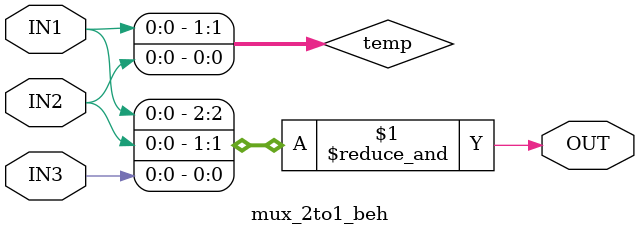
<source format=v>
/*
Modeling:
	Switch Level [MOS simulation]
	Gate Level modeling [ primitive logic gate ]
	Dataflow   modeling [ assign ]
	Behavioral modeling [ always ] [ Sequential Circuit ]
	
	Dataflow + Behavioral => RTL (Register transfer level)
*/

/*
Basic Gates
    and, nand, or, nor, xor, xnor, not, buf
  Tri-state
    bufif0, bufif1, notif0, notif1
*/

module 
mux_2to1_beh(OUT, IN1, IN2, IN3);  //<- semicolon !!

   input   IN1, IN2, IN3;
   output  OUT;
   wire    [1:0]temp;
   
   // Do AND on an array = Do AND on every bit!!!!!!!!!!!!!!!!
   assign temp = {IN1, IN2},
          OUT = &{temp[1:0], IN3};

endmodule  //<- NO semicolon !!
</source>
